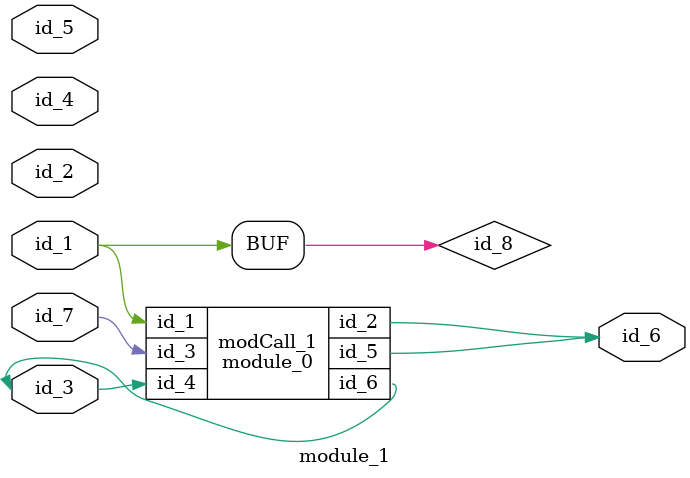
<source format=v>
module module_0 (
    id_1,
    id_2,
    id_3,
    id_4,
    id_5,
    id_6
);
  inout wire id_6;
  output wire id_5;
  input wire id_4;
  input wire id_3;
  output wire id_2;
  input wire id_1;
endmodule
module module_1 (
    id_1,
    id_2,
    id_3,
    id_4,
    id_5,
    id_6,
    id_7
);
  input wire id_7;
  output wire id_6;
  inout wire id_5;
  inout wire id_4;
  inout wire id_3;
  inout wire id_2;
  input wire id_1;
  assign id_4[1] = id_4;
  module_0 modCall_1 (
      id_1,
      id_6,
      id_7,
      id_3,
      id_6,
      id_3
  );
  wire id_8 = id_1;
  wire id_9;
endmodule

</source>
